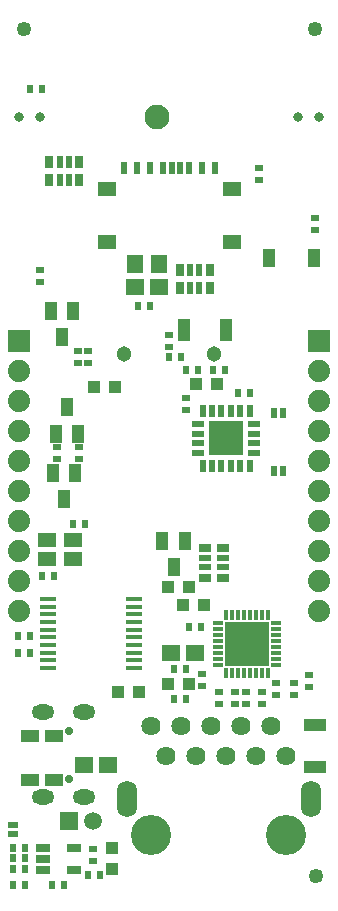
<source format=gbr>
G04 #@! TF.GenerationSoftware,KiCad,Pcbnew,5.99.0-unknown-d20d310~100~ubuntu18.04.1*
G04 #@! TF.CreationDate,2019-12-17T15:54:16+02:00*
G04 #@! TF.ProjectId,ESP32-PoE_Rev_E,45535033-322d-4506-9f45-5f5265765f45,E*
G04 #@! TF.SameCoordinates,Original*
G04 #@! TF.FileFunction,Soldermask,Bot*
G04 #@! TF.FilePolarity,Negative*
%FSLAX46Y46*%
G04 Gerber Fmt 4.6, Leading zero omitted, Abs format (unit mm)*
G04 Created by KiCad (PCBNEW 5.99.0-unknown-d20d310~100~ubuntu18.04.1) date 2019-12-17 15:54:16*
%MOMM*%
%LPD*%
G04 APERTURE LIST*
%ADD10R,0.609600X0.863600*%
%ADD11R,0.601600X0.651600*%
%ADD12R,1.501600X1.101600*%
%ADD13R,1.301600X0.651600*%
%ADD14R,1.625600X1.371600*%
%ADD15R,0.651600X0.601600*%
%ADD16R,1.117600X1.117600*%
%ADD17R,1.371600X1.625600*%
%ADD18R,1.501600X1.501600*%
%ADD19C,1.501600*%
%ADD20C,1.254000*%
%ADD21R,1.101600X1.501600*%
%ADD22C,1.879600*%
%ADD23R,1.879600X1.879600*%
%ADD24R,1.371600X0.426600*%
%ADD25R,1.879600X1.117600*%
%ADD26R,0.601600X1.101600*%
%ADD27R,1.601600X1.301600*%
%ADD28C,0.701600*%
%ADD29O,1.901600X1.301600*%
%ADD30R,1.117600X0.482600*%
%ADD31R,1.117600X0.736600*%
%ADD32R,0.482600X1.117600*%
%ADD33R,0.736600X1.117600*%
%ADD34R,3.701600X3.701600*%
%ADD35R,0.800000X0.800000*%
%ADD36R,1.822400X1.822400*%
%ADD37R,0.351600X0.901600*%
%ADD38R,0.901600X0.351600*%
%ADD39R,1.101600X0.501600*%
%ADD40R,0.501600X1.101600*%
%ADD41R,2.901599X2.901599*%
%ADD42C,1.301600*%
%ADD43C,0.801600*%
%ADD44R,1.117600X1.879600*%
%ADD45R,1.501600X1.301600*%
%ADD46R,0.863600X0.609600*%
%ADD47C,2.101600*%
%ADD48C,1.625600*%
%ADD49O,1.701600X3.101599*%
%ADD50C,3.401601*%
G04 APERTURE END LIST*
D10*
X113030000Y-129286000D03*
X113792000Y-129286000D03*
X113792000Y-134239000D03*
X113030000Y-134239000D03*
D11*
X91948000Y-167005000D03*
X90932000Y-167005000D03*
X90932000Y-166116000D03*
X91948000Y-166116000D03*
D12*
X92329000Y-160396000D03*
X92329000Y-156596000D03*
X94361000Y-156596000D03*
X94361000Y-160396000D03*
D11*
X106553000Y-125666500D03*
X105537000Y-125666500D03*
X91948000Y-167894000D03*
X90932000Y-167894000D03*
X92329000Y-101854000D03*
X93345000Y-101854000D03*
X98298000Y-168402000D03*
X97282000Y-168402000D03*
D13*
X93442000Y-168018500D03*
X93442000Y-167068500D03*
X93442000Y-166118500D03*
X96042000Y-168018500D03*
X96042000Y-166118500D03*
D14*
X96964500Y-159131000D03*
X98996500Y-159131000D03*
D15*
X97282000Y-125095000D03*
X97282000Y-124079000D03*
D16*
X99568000Y-127127000D03*
X97790000Y-127127000D03*
D11*
X108839000Y-125666500D03*
X107823000Y-125666500D03*
D17*
X101219000Y-116713000D03*
X103251000Y-116713000D03*
D18*
X95638620Y-163852860D03*
D19*
X97650300Y-163850320D03*
D20*
X116586000Y-168529000D03*
X116459000Y-96774000D03*
X91821000Y-96774000D03*
D11*
X105791000Y-147447000D03*
X106807000Y-147447000D03*
X104521000Y-151003000D03*
X105537000Y-151003000D03*
D15*
X113157000Y-152146000D03*
X113157000Y-153162000D03*
D11*
X104521000Y-153543000D03*
X105537000Y-153543000D03*
D15*
X93218000Y-117221000D03*
X93218000Y-118237000D03*
X104140000Y-122682000D03*
X104140000Y-123698000D03*
D11*
X104140000Y-124587000D03*
X105156000Y-124587000D03*
D15*
X111760000Y-108585000D03*
X111760000Y-109601000D03*
D11*
X102489000Y-120269000D03*
X101473000Y-120269000D03*
X109982000Y-127635000D03*
X110998000Y-127635000D03*
D15*
X105537000Y-129032000D03*
X105537000Y-128016000D03*
X106934000Y-152400000D03*
X106934000Y-151384000D03*
D11*
X90932000Y-169291000D03*
X91948000Y-169291000D03*
D15*
X115951000Y-151511000D03*
X115951000Y-152527000D03*
X114681000Y-152146000D03*
X114681000Y-153162000D03*
X110617000Y-152908000D03*
X110617000Y-153924000D03*
X112014000Y-152908000D03*
X112014000Y-153924000D03*
X108331000Y-152908000D03*
X108331000Y-153924000D03*
X109728000Y-152908000D03*
X109728000Y-153924000D03*
D11*
X94234000Y-169291000D03*
X95250000Y-169291000D03*
D15*
X96393000Y-124079000D03*
X96393000Y-125095000D03*
X97663000Y-167259000D03*
X97663000Y-166243000D03*
D11*
X91313000Y-148209000D03*
X92329000Y-148209000D03*
X91313000Y-149606000D03*
X92329000Y-149606000D03*
D21*
X103571040Y-140116560D03*
X105473500Y-140116560D03*
X104518460Y-142326360D03*
D22*
X116840000Y-130840000D03*
X116840000Y-128300000D03*
X116840000Y-125760000D03*
D23*
X116840000Y-123220000D03*
D22*
X116840000Y-133380000D03*
X116840000Y-135920000D03*
X116840000Y-141000000D03*
X116840000Y-138460000D03*
X116840000Y-143540000D03*
X116840000Y-146080000D03*
X91440000Y-130840000D03*
X91440000Y-128300000D03*
X91440000Y-125760000D03*
D23*
X91440000Y-123220000D03*
D22*
X91440000Y-133380000D03*
X91440000Y-135920000D03*
X91440000Y-141000000D03*
X91440000Y-138460000D03*
X91440000Y-143540000D03*
X91440000Y-146080000D03*
D16*
X99314000Y-167894000D03*
X99314000Y-166116000D03*
D24*
X93916500Y-150880000D03*
X93916500Y-150230000D03*
X93916500Y-149580000D03*
X93916500Y-148930000D03*
X93916500Y-148280000D03*
X93916500Y-147630000D03*
X93916500Y-146980000D03*
X93916500Y-146330000D03*
X93916500Y-145680000D03*
X93916500Y-145030000D03*
X101155500Y-145030000D03*
X101155500Y-145680000D03*
X101155500Y-146330000D03*
X101155500Y-146980000D03*
X101155500Y-147630000D03*
X101155500Y-148280000D03*
X101155500Y-148930000D03*
X101155500Y-149580000D03*
X101155500Y-150230000D03*
X101155500Y-150880000D03*
D21*
X94300040Y-134401560D03*
X96202500Y-134401560D03*
X95247460Y-136611360D03*
D14*
X101219000Y-118618000D03*
X103251000Y-118618000D03*
D25*
X116459000Y-159258000D03*
X116459000Y-155702000D03*
D26*
X100290000Y-108587000D03*
X101390000Y-108587000D03*
X102490000Y-108587000D03*
X103590000Y-108587000D03*
X104340000Y-108587000D03*
X105040000Y-108587000D03*
X105790000Y-108587000D03*
X106890000Y-108587000D03*
X107990000Y-108587000D03*
D27*
X109440000Y-110337000D03*
X98840000Y-110337000D03*
X109440000Y-114787000D03*
X98840000Y-114787000D03*
D16*
X105283000Y-145542000D03*
X107061000Y-145542000D03*
X104013000Y-152273000D03*
X105791000Y-152273000D03*
X105791000Y-144018000D03*
X104013000Y-144018000D03*
X101600000Y-152908000D03*
X99822000Y-152908000D03*
D28*
X95626000Y-156242000D03*
X95626000Y-160242000D03*
D29*
X93476000Y-154642000D03*
X96946000Y-154642000D03*
X96946000Y-161842000D03*
X93476000Y-161842000D03*
D30*
X107188000Y-141605000D03*
X107188000Y-142367000D03*
X108712000Y-141605000D03*
X108712000Y-142367000D03*
D31*
X107188000Y-140716000D03*
X108712000Y-140716000D03*
X107188000Y-143256000D03*
X108712000Y-143256000D03*
D32*
X95631000Y-108077000D03*
X94869000Y-108077000D03*
X95631000Y-109601000D03*
X94869000Y-109601000D03*
D33*
X96520000Y-108077000D03*
X96520000Y-109601000D03*
X93980000Y-108077000D03*
X93980000Y-109601000D03*
D21*
X96453960Y-131028440D03*
X94551500Y-131028440D03*
X95506540Y-128818640D03*
D14*
X104267000Y-149606000D03*
X106299000Y-149606000D03*
D11*
X93345000Y-143129000D03*
X94361000Y-143129000D03*
D21*
X116400000Y-116195000D03*
X112600000Y-116195000D03*
D15*
X116459000Y-113792000D03*
X116459000Y-112776000D03*
D34*
X110744000Y-148844000D03*
D35*
X112044000Y-149344000D03*
X112044000Y-148344000D03*
X111244000Y-147544000D03*
X110244000Y-147544000D03*
X109444000Y-148344000D03*
X109444000Y-149344000D03*
X110244000Y-150144000D03*
X111244000Y-150144000D03*
D36*
X110744000Y-148844000D03*
D37*
X108994000Y-151294000D03*
X109494000Y-151294000D03*
X109994000Y-151294000D03*
X110494000Y-151294000D03*
X110994000Y-151294000D03*
X111494000Y-151294000D03*
X111994000Y-151294000D03*
X112494000Y-151294000D03*
D38*
X113194000Y-150594000D03*
X113194000Y-150094000D03*
X113194000Y-149594000D03*
X113194000Y-149094000D03*
X113194000Y-148594000D03*
X113194000Y-148094000D03*
X113194000Y-147594000D03*
X113194000Y-147094000D03*
D37*
X112494000Y-146394000D03*
X111994000Y-146394000D03*
X111494000Y-146394000D03*
X110994000Y-146394000D03*
X110494000Y-146394000D03*
X109994000Y-146394000D03*
X109494000Y-146394000D03*
X108994000Y-146394000D03*
D38*
X108294000Y-147094000D03*
X108294000Y-147594000D03*
X108294000Y-148094000D03*
X108294000Y-148594000D03*
X108294000Y-149094000D03*
X108294000Y-149594000D03*
X108294000Y-150094000D03*
X108294000Y-150594000D03*
D39*
X106616000Y-132645000D03*
X106616000Y-131845000D03*
X106616000Y-131045000D03*
X106616000Y-130245000D03*
D40*
X106966000Y-129095000D03*
X107766000Y-129095000D03*
X108566000Y-129095000D03*
X109366000Y-129095000D03*
X110166000Y-129095000D03*
X110966000Y-129095000D03*
D39*
X111316000Y-130245000D03*
X111316000Y-131045000D03*
X111316000Y-131845000D03*
X111316000Y-132645000D03*
D40*
X110966000Y-133795000D03*
X110166000Y-133795000D03*
X109366000Y-133795000D03*
X108566000Y-133795000D03*
X107766000Y-133795000D03*
X106966000Y-133795000D03*
D41*
X108966000Y-131445000D03*
D15*
X94615000Y-133223000D03*
X94615000Y-132207000D03*
X96520000Y-132207000D03*
X96520000Y-133223000D03*
D16*
X106426000Y-126873000D03*
X108204000Y-126873000D03*
D21*
X94107000Y-120650000D03*
X96009460Y-120650000D03*
X95054420Y-122859800D03*
D32*
X106680000Y-117221000D03*
X105918000Y-117221000D03*
X106680000Y-118745000D03*
X105918000Y-118745000D03*
D33*
X107569000Y-117221000D03*
X107569000Y-118745000D03*
X105029000Y-117221000D03*
X105029000Y-118745000D03*
D42*
X107950000Y-124333000D03*
X100330000Y-124333000D03*
D43*
X91421000Y-104267000D03*
X93221000Y-104267000D03*
X115059000Y-104267000D03*
X116859000Y-104267000D03*
D44*
X108966000Y-122301000D03*
X105410000Y-122301000D03*
D11*
X96012000Y-138684000D03*
X97028000Y-138684000D03*
D45*
X95969000Y-140043000D03*
X93769000Y-141643000D03*
X93769000Y-140043000D03*
X95969000Y-141643000D03*
D46*
X90932000Y-164973000D03*
X90932000Y-164211000D03*
D47*
X103140000Y-104235000D03*
D48*
X102616000Y-155806000D03*
X103886000Y-158346000D03*
X105156000Y-155806000D03*
X106426000Y-158346000D03*
X107696000Y-155806000D03*
X108966000Y-158346000D03*
X110236000Y-155806000D03*
X111506000Y-158346000D03*
X112776000Y-155806000D03*
X114046000Y-158346000D03*
D49*
X100531000Y-161946000D03*
X116131000Y-161946000D03*
D50*
X102616000Y-164996000D03*
X114046000Y-164996000D03*
M02*

</source>
